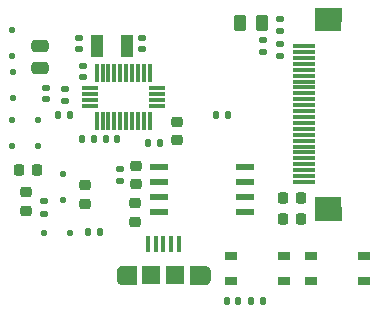
<source format=gbr>
%TF.GenerationSoftware,KiCad,Pcbnew,9.0.2*%
%TF.CreationDate,2025-07-25T10:59:27-07:00*%
%TF.ProjectId,OuterBoard_4.2,4f757465-7242-46f6-9172-645f342e322e,rev?*%
%TF.SameCoordinates,Original*%
%TF.FileFunction,Paste,Top*%
%TF.FilePolarity,Positive*%
%FSLAX46Y46*%
G04 Gerber Fmt 4.6, Leading zero omitted, Abs format (unit mm)*
G04 Created by KiCad (PCBNEW 9.0.2) date 2025-07-25 10:59:27*
%MOMM*%
%LPD*%
G01*
G04 APERTURE LIST*
G04 Aperture macros list*
%AMRoundRect*
0 Rectangle with rounded corners*
0 $1 Rounding radius*
0 $2 $3 $4 $5 $6 $7 $8 $9 X,Y pos of 4 corners*
0 Add a 4 corners polygon primitive as box body*
4,1,4,$2,$3,$4,$5,$6,$7,$8,$9,$2,$3,0*
0 Add four circle primitives for the rounded corners*
1,1,$1+$1,$2,$3*
1,1,$1+$1,$4,$5*
1,1,$1+$1,$6,$7*
1,1,$1+$1,$8,$9*
0 Add four rect primitives between the rounded corners*
20,1,$1+$1,$2,$3,$4,$5,0*
20,1,$1+$1,$4,$5,$6,$7,0*
20,1,$1+$1,$6,$7,$8,$9,0*
20,1,$1+$1,$8,$9,$2,$3,0*%
G04 Aperture macros list end*
%ADD10C,0.025400*%
%ADD11C,0.010000*%
%ADD12RoundRect,0.225000X0.250000X-0.225000X0.250000X0.225000X-0.250000X0.225000X-0.250000X-0.225000X0*%
%ADD13RoundRect,0.225000X0.225000X0.250000X-0.225000X0.250000X-0.225000X-0.250000X0.225000X-0.250000X0*%
%ADD14R,1.549400X0.558800*%
%ADD15RoundRect,0.140000X0.140000X0.170000X-0.140000X0.170000X-0.140000X-0.170000X0.140000X-0.170000X0*%
%ADD16RoundRect,0.140000X0.170000X-0.140000X0.170000X0.140000X-0.170000X0.140000X-0.170000X-0.140000X0*%
%ADD17RoundRect,0.218750X-0.256250X0.218750X-0.256250X-0.218750X0.256250X-0.218750X0.256250X0.218750X0*%
%ADD18RoundRect,0.135000X0.185000X-0.135000X0.185000X0.135000X-0.185000X0.135000X-0.185000X-0.135000X0*%
%ADD19R,1.900000X0.300000*%
%ADD20R,2.200000X2.000000*%
%ADD21R,2.200000X0.900010*%
%ADD22RoundRect,0.125000X-0.125000X0.125000X-0.125000X-0.125000X0.125000X-0.125000X0.125000X0.125000X0*%
%ADD23RoundRect,0.225000X-0.225000X-0.250000X0.225000X-0.250000X0.225000X0.250000X-0.225000X0.250000X0*%
%ADD24RoundRect,0.135000X-0.185000X0.135000X-0.185000X-0.135000X0.185000X-0.135000X0.185000X0.135000X0*%
%ADD25RoundRect,0.135000X-0.135000X-0.185000X0.135000X-0.185000X0.135000X0.185000X-0.135000X0.185000X0*%
%ADD26RoundRect,0.147500X0.147500X0.172500X-0.147500X0.172500X-0.147500X-0.172500X0.147500X-0.172500X0*%
%ADD27RoundRect,0.250000X0.262500X0.450000X-0.262500X0.450000X-0.262500X-0.450000X0.262500X-0.450000X0*%
%ADD28RoundRect,0.140000X-0.140000X-0.170000X0.140000X-0.170000X0.140000X0.170000X-0.140000X0.170000X0*%
%ADD29RoundRect,0.135000X0.135000X0.185000X-0.135000X0.185000X-0.135000X-0.185000X0.135000X-0.185000X0*%
%ADD30R,0.300000X1.494000*%
%ADD31R,1.456000X0.300000*%
%ADD32RoundRect,0.225000X-0.250000X0.225000X-0.250000X-0.225000X0.250000X-0.225000X0.250000X0.225000X0*%
%ADD33RoundRect,0.125000X-0.125000X-0.125000X0.125000X-0.125000X0.125000X0.125000X-0.125000X0.125000X0*%
%ADD34R,0.400000X1.350000*%
%ADD35R,1.500000X1.550000*%
%ADD36R,1.100000X1.900000*%
%ADD37RoundRect,0.250000X0.475000X-0.250000X0.475000X0.250000X-0.475000X0.250000X-0.475000X-0.250000X0*%
%ADD38R,0.990600X0.711200*%
G04 APERTURE END LIST*
D10*
%TO.C,J10*%
X149675000Y-81600000D02*
X147475000Y-81600000D01*
X147475000Y-80500000D01*
X149675000Y-80500000D01*
X149675000Y-81600000D01*
G36*
X149675000Y-81600000D02*
G01*
X147475000Y-81600000D01*
X147475000Y-80500000D01*
X149675000Y-80500000D01*
X149675000Y-81600000D01*
G37*
X149675000Y-98500000D02*
X147475000Y-98500000D01*
X147475000Y-97400000D01*
X149675000Y-97400000D01*
X149675000Y-98500000D01*
G36*
X149675000Y-98500000D02*
G01*
X147475000Y-98500000D01*
X147475000Y-97400000D01*
X149675000Y-97400000D01*
X149675000Y-98500000D01*
G37*
D11*
%TO.C,J6*%
X132350000Y-103915000D02*
X131205000Y-103915000D01*
X131179000Y-103914000D01*
X131153000Y-103912000D01*
X131127000Y-103909000D01*
X131101000Y-103904000D01*
X131076000Y-103898000D01*
X131050000Y-103891000D01*
X131026000Y-103882000D01*
X131002000Y-103872000D01*
X130978000Y-103861000D01*
X130955000Y-103848000D01*
X130933000Y-103834000D01*
X130911000Y-103820000D01*
X130890000Y-103804000D01*
X130870000Y-103787000D01*
X130851000Y-103769000D01*
X130833000Y-103750000D01*
X130816000Y-103730000D01*
X130800000Y-103709000D01*
X130786000Y-103687000D01*
X130772000Y-103665000D01*
X130759000Y-103642000D01*
X130748000Y-103618000D01*
X130738000Y-103594000D01*
X130729000Y-103570000D01*
X130722000Y-103544000D01*
X130716000Y-103519000D01*
X130711000Y-103493000D01*
X130708000Y-103467000D01*
X130706000Y-103441000D01*
X130705000Y-103415000D01*
X130705000Y-102865000D01*
X130706000Y-102839000D01*
X130708000Y-102813000D01*
X130711000Y-102787000D01*
X130716000Y-102761000D01*
X130722000Y-102736000D01*
X130729000Y-102710000D01*
X130738000Y-102686000D01*
X130748000Y-102662000D01*
X130759000Y-102638000D01*
X130772000Y-102615000D01*
X130786000Y-102593000D01*
X130800000Y-102571000D01*
X130816000Y-102550000D01*
X130833000Y-102530000D01*
X130851000Y-102511000D01*
X130870000Y-102493000D01*
X130890000Y-102476000D01*
X130911000Y-102460000D01*
X130933000Y-102446000D01*
X130955000Y-102432000D01*
X130978000Y-102419000D01*
X131002000Y-102408000D01*
X131026000Y-102398000D01*
X131050000Y-102389000D01*
X131076000Y-102382000D01*
X131101000Y-102376000D01*
X131127000Y-102371000D01*
X131153000Y-102368000D01*
X131179000Y-102366000D01*
X131205000Y-102365000D01*
X132350000Y-102365000D01*
X132350000Y-103915000D01*
G36*
X132350000Y-103915000D02*
G01*
X131205000Y-103915000D01*
X131179000Y-103914000D01*
X131153000Y-103912000D01*
X131127000Y-103909000D01*
X131101000Y-103904000D01*
X131076000Y-103898000D01*
X131050000Y-103891000D01*
X131026000Y-103882000D01*
X131002000Y-103872000D01*
X130978000Y-103861000D01*
X130955000Y-103848000D01*
X130933000Y-103834000D01*
X130911000Y-103820000D01*
X130890000Y-103804000D01*
X130870000Y-103787000D01*
X130851000Y-103769000D01*
X130833000Y-103750000D01*
X130816000Y-103730000D01*
X130800000Y-103709000D01*
X130786000Y-103687000D01*
X130772000Y-103665000D01*
X130759000Y-103642000D01*
X130748000Y-103618000D01*
X130738000Y-103594000D01*
X130729000Y-103570000D01*
X130722000Y-103544000D01*
X130716000Y-103519000D01*
X130711000Y-103493000D01*
X130708000Y-103467000D01*
X130706000Y-103441000D01*
X130705000Y-103415000D01*
X130705000Y-102865000D01*
X130706000Y-102839000D01*
X130708000Y-102813000D01*
X130711000Y-102787000D01*
X130716000Y-102761000D01*
X130722000Y-102736000D01*
X130729000Y-102710000D01*
X130738000Y-102686000D01*
X130748000Y-102662000D01*
X130759000Y-102638000D01*
X130772000Y-102615000D01*
X130786000Y-102593000D01*
X130800000Y-102571000D01*
X130816000Y-102550000D01*
X130833000Y-102530000D01*
X130851000Y-102511000D01*
X130870000Y-102493000D01*
X130890000Y-102476000D01*
X130911000Y-102460000D01*
X130933000Y-102446000D01*
X130955000Y-102432000D01*
X130978000Y-102419000D01*
X131002000Y-102408000D01*
X131026000Y-102398000D01*
X131050000Y-102389000D01*
X131076000Y-102382000D01*
X131101000Y-102376000D01*
X131127000Y-102371000D01*
X131153000Y-102368000D01*
X131179000Y-102366000D01*
X131205000Y-102365000D01*
X132350000Y-102365000D01*
X132350000Y-103915000D01*
G37*
X138121000Y-102366000D02*
X138147000Y-102368000D01*
X138173000Y-102371000D01*
X138199000Y-102376000D01*
X138224000Y-102382000D01*
X138250000Y-102389000D01*
X138274000Y-102398000D01*
X138298000Y-102408000D01*
X138322000Y-102419000D01*
X138345000Y-102432000D01*
X138367000Y-102446000D01*
X138389000Y-102460000D01*
X138410000Y-102476000D01*
X138430000Y-102493000D01*
X138449000Y-102511000D01*
X138467000Y-102530000D01*
X138484000Y-102550000D01*
X138500000Y-102571000D01*
X138514000Y-102593000D01*
X138528000Y-102615000D01*
X138541000Y-102638000D01*
X138552000Y-102662000D01*
X138562000Y-102686000D01*
X138571000Y-102710000D01*
X138578000Y-102736000D01*
X138584000Y-102761000D01*
X138589000Y-102787000D01*
X138592000Y-102813000D01*
X138594000Y-102839000D01*
X138595000Y-102865000D01*
X138595000Y-103415000D01*
X138594000Y-103441000D01*
X138592000Y-103467000D01*
X138589000Y-103493000D01*
X138584000Y-103519000D01*
X138578000Y-103544000D01*
X138571000Y-103570000D01*
X138562000Y-103594000D01*
X138552000Y-103618000D01*
X138541000Y-103642000D01*
X138528000Y-103665000D01*
X138514000Y-103687000D01*
X138500000Y-103709000D01*
X138484000Y-103730000D01*
X138467000Y-103750000D01*
X138449000Y-103769000D01*
X138430000Y-103787000D01*
X138410000Y-103804000D01*
X138389000Y-103820000D01*
X138367000Y-103834000D01*
X138345000Y-103848000D01*
X138322000Y-103861000D01*
X138298000Y-103872000D01*
X138274000Y-103882000D01*
X138250000Y-103891000D01*
X138224000Y-103898000D01*
X138199000Y-103904000D01*
X138173000Y-103909000D01*
X138147000Y-103912000D01*
X138121000Y-103914000D01*
X138095000Y-103915000D01*
X136950000Y-103915000D01*
X136950000Y-102365000D01*
X138095000Y-102365000D01*
X138121000Y-102366000D01*
G36*
X138121000Y-102366000D02*
G01*
X138147000Y-102368000D01*
X138173000Y-102371000D01*
X138199000Y-102376000D01*
X138224000Y-102382000D01*
X138250000Y-102389000D01*
X138274000Y-102398000D01*
X138298000Y-102408000D01*
X138322000Y-102419000D01*
X138345000Y-102432000D01*
X138367000Y-102446000D01*
X138389000Y-102460000D01*
X138410000Y-102476000D01*
X138430000Y-102493000D01*
X138449000Y-102511000D01*
X138467000Y-102530000D01*
X138484000Y-102550000D01*
X138500000Y-102571000D01*
X138514000Y-102593000D01*
X138528000Y-102615000D01*
X138541000Y-102638000D01*
X138552000Y-102662000D01*
X138562000Y-102686000D01*
X138571000Y-102710000D01*
X138578000Y-102736000D01*
X138584000Y-102761000D01*
X138589000Y-102787000D01*
X138592000Y-102813000D01*
X138594000Y-102839000D01*
X138595000Y-102865000D01*
X138595000Y-103415000D01*
X138594000Y-103441000D01*
X138592000Y-103467000D01*
X138589000Y-103493000D01*
X138584000Y-103519000D01*
X138578000Y-103544000D01*
X138571000Y-103570000D01*
X138562000Y-103594000D01*
X138552000Y-103618000D01*
X138541000Y-103642000D01*
X138528000Y-103665000D01*
X138514000Y-103687000D01*
X138500000Y-103709000D01*
X138484000Y-103730000D01*
X138467000Y-103750000D01*
X138449000Y-103769000D01*
X138430000Y-103787000D01*
X138410000Y-103804000D01*
X138389000Y-103820000D01*
X138367000Y-103834000D01*
X138345000Y-103848000D01*
X138322000Y-103861000D01*
X138298000Y-103872000D01*
X138274000Y-103882000D01*
X138250000Y-103891000D01*
X138224000Y-103898000D01*
X138199000Y-103904000D01*
X138173000Y-103909000D01*
X138147000Y-103912000D01*
X138121000Y-103914000D01*
X138095000Y-103915000D01*
X136950000Y-103915000D01*
X136950000Y-102365000D01*
X138095000Y-102365000D01*
X138121000Y-102366000D01*
G37*
%TD*%
D12*
%TO.C,C32*%
X135850000Y-91735000D03*
X135850000Y-90185000D03*
%TD*%
D13*
%TO.C,C12*%
X146345000Y-96620000D03*
X144795000Y-96620000D03*
%TD*%
D14*
%TO.C,U2*%
X141572200Y-97805000D03*
X141572200Y-96535000D03*
X141572200Y-95265000D03*
X141572200Y-93995000D03*
X134307800Y-93995000D03*
X134307800Y-95265000D03*
X134307800Y-96535000D03*
X134307800Y-97805000D03*
%TD*%
D15*
%TO.C,R13*%
X140990000Y-105290000D03*
X140030000Y-105290000D03*
%TD*%
D16*
%TO.C,C31*%
X132827000Y-84032200D03*
X132827000Y-83072200D03*
%TD*%
D17*
%TO.C,D8*%
X122990000Y-96122500D03*
X122990000Y-97697500D03*
%TD*%
D18*
%TO.C,R6*%
X144540000Y-82470000D03*
X144540000Y-81450000D03*
%TD*%
D19*
%TO.C,J10*%
X146525000Y-95249990D03*
X146525000Y-94749990D03*
X146525000Y-94249990D03*
X146525000Y-93749990D03*
X146525000Y-93249990D03*
X146525000Y-92749990D03*
X146525000Y-92249990D03*
X146525000Y-91749990D03*
X146525000Y-91249990D03*
X146525000Y-90749990D03*
X146525000Y-90249988D03*
X146525000Y-89749991D03*
X146525000Y-89249987D03*
X146525000Y-88749988D03*
X146525000Y-88249990D03*
X146525000Y-87749990D03*
X146525000Y-87249990D03*
X146525000Y-86749990D03*
X146525000Y-86249990D03*
X146525000Y-85749990D03*
X146525000Y-85249990D03*
X146525000Y-84749990D03*
X146525000Y-84249990D03*
X146525000Y-83749990D03*
D20*
X148575000Y-97500000D03*
D21*
X148575000Y-82050005D03*
%TD*%
D22*
%TO.C,D2*%
X121890000Y-85922500D03*
X121890000Y-88122500D03*
%TD*%
D23*
%TO.C,C42*%
X122420000Y-94270000D03*
X123970000Y-94270000D03*
%TD*%
D22*
%TO.C,D3*%
X121880000Y-82372500D03*
X121880000Y-84572500D03*
%TD*%
D24*
%TO.C,R7*%
X144560000Y-83540000D03*
X144560000Y-84560000D03*
%TD*%
D17*
%TO.C,D13*%
X128000000Y-95500000D03*
X128000000Y-97075000D03*
%TD*%
D25*
%TO.C,R25*%
X128310000Y-99500000D03*
X129330000Y-99500000D03*
%TD*%
D26*
%TO.C,L2*%
X140110000Y-89540000D03*
X139140000Y-89540000D03*
%TD*%
D16*
%TO.C,C30*%
X127543800Y-84009400D03*
X127543800Y-83049400D03*
%TD*%
D27*
%TO.C,R8*%
X142995000Y-81820000D03*
X141170000Y-81820000D03*
%TD*%
D15*
%TO.C,C29*%
X130730000Y-91640000D03*
X129770000Y-91640000D03*
%TD*%
D13*
%TO.C,C14*%
X146350000Y-98350000D03*
X144800000Y-98350000D03*
%TD*%
D16*
%TO.C,C2*%
X124760000Y-88250000D03*
X124760000Y-87290000D03*
%TD*%
D24*
%TO.C,R22*%
X126370000Y-87370000D03*
X126370000Y-88390000D03*
%TD*%
%TO.C,R31*%
X131010000Y-94190000D03*
X131010000Y-95210000D03*
%TD*%
%TO.C,R9*%
X143070000Y-83250000D03*
X143070000Y-84270000D03*
%TD*%
D28*
%TO.C,R14*%
X142100000Y-105320000D03*
X143060000Y-105320000D03*
%TD*%
D29*
%TO.C,R18*%
X134344800Y-91935400D03*
X133324800Y-91935400D03*
%TD*%
D30*
%TO.C,U8*%
X129010000Y-86009200D03*
D31*
X128432000Y-87306200D03*
X128432000Y-87806200D03*
X128432000Y-88306200D03*
X128432000Y-88806200D03*
D30*
X129010000Y-90103200D03*
X129510000Y-90103200D03*
X130010000Y-90103200D03*
X130510000Y-90103200D03*
X131010000Y-90103200D03*
X131510000Y-90103200D03*
X132010000Y-90103200D03*
X132510000Y-90103200D03*
X133010000Y-90103200D03*
X133510000Y-90103200D03*
D31*
X134088000Y-88806200D03*
X134088000Y-88306200D03*
X134088000Y-87806200D03*
X134088000Y-87306200D03*
D30*
X133510000Y-86009200D03*
X133010000Y-86009200D03*
X132510000Y-86009200D03*
X132010000Y-86009200D03*
X131510000Y-86009200D03*
X131010000Y-86009200D03*
X130510000Y-86009200D03*
X130010000Y-86009200D03*
X129510000Y-86009200D03*
%TD*%
D32*
%TO.C,C38*%
X132307306Y-93869885D03*
X132307306Y-95419885D03*
%TD*%
D29*
%TO.C,R16*%
X126750000Y-89540000D03*
X125730000Y-89540000D03*
%TD*%
D33*
%TO.C,D1*%
X121840000Y-92220000D03*
X124040000Y-92220000D03*
%TD*%
D12*
%TO.C,C44*%
X132270000Y-98605000D03*
X132270000Y-97055000D03*
%TD*%
D24*
%TO.C,R23*%
X124560000Y-96900000D03*
X124560000Y-97920000D03*
%TD*%
D33*
%TO.C,D5*%
X124580000Y-99570000D03*
X126780000Y-99570000D03*
%TD*%
D29*
%TO.C,R17*%
X128770000Y-91640000D03*
X127750000Y-91640000D03*
%TD*%
D33*
%TO.C,D6*%
X121842500Y-89970000D03*
X124042500Y-89970000D03*
%TD*%
D34*
%TO.C,J6*%
X133350000Y-100465000D03*
X134000000Y-100465000D03*
X134650000Y-100465000D03*
X135300000Y-100465000D03*
X135950000Y-100465000D03*
D35*
X135650000Y-103140000D03*
X133650000Y-103140000D03*
%TD*%
D36*
%TO.C,Y1*%
X131550000Y-83770000D03*
X129050000Y-83770000D03*
%TD*%
D37*
%TO.C,C1*%
X124230000Y-85630000D03*
X124230000Y-83730000D03*
%TD*%
D38*
%TO.C,SW3*%
X140389999Y-101485001D03*
X144890001Y-101485001D03*
X140389999Y-103634999D03*
X144890001Y-103634999D03*
%TD*%
D22*
%TO.C,D4*%
X126200000Y-94600000D03*
X126200000Y-96800000D03*
%TD*%
D38*
%TO.C,SW1*%
X147160799Y-101506501D03*
X151660801Y-101506501D03*
X147160799Y-103656499D03*
X151660801Y-103656499D03*
%TD*%
D16*
%TO.C,C28*%
X127840400Y-86370200D03*
X127840400Y-85410200D03*
%TD*%
M02*

</source>
